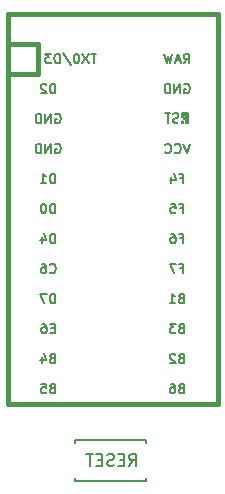
<source format=gbr>
G04 #@! TF.GenerationSoftware,KiCad,Pcbnew,(5.1.2-1)-1*
G04 #@! TF.CreationDate,2020-07-04T05:42:38+09:00*
G04 #@! TF.ProjectId,xipad,78697061-642e-46b6-9963-61645f706362,rev?*
G04 #@! TF.SameCoordinates,Original*
G04 #@! TF.FileFunction,Legend,Bot*
G04 #@! TF.FilePolarity,Positive*
%FSLAX46Y46*%
G04 Gerber Fmt 4.6, Leading zero omitted, Abs format (unit mm)*
G04 Created by KiCad (PCBNEW (5.1.2-1)-1) date 2020-07-04 05:42:38*
%MOMM*%
%LPD*%
G04 APERTURE LIST*
%ADD10C,0.150000*%
%ADD11C,0.381000*%
G04 APERTURE END LIST*
D10*
X103812600Y-20550000D02*
X103812600Y-20800000D01*
X103812600Y-20800000D02*
X97812600Y-20800000D01*
X97812600Y-20800000D02*
X97812600Y-20550000D01*
X97812600Y-17550000D02*
X97812600Y-17300000D01*
X97812600Y-17300000D02*
X103812600Y-17300000D01*
X103812600Y-17300000D02*
X103812600Y-17550000D01*
D11*
X94650000Y13700000D02*
X92110000Y13700000D01*
X94650000Y16240000D02*
X94650000Y13700000D01*
D10*
G36*
X107044635Y9950970D02*
G01*
X107044635Y9850970D01*
X107144635Y9850970D01*
X107144635Y9950970D01*
X107044635Y9950970D01*
G37*
X107044635Y9950970D02*
X107044635Y9850970D01*
X107144635Y9850970D01*
X107144635Y9950970D01*
X107044635Y9950970D01*
G36*
X107244635Y10350970D02*
G01*
X107244635Y9550970D01*
X107344635Y9550970D01*
X107344635Y10350970D01*
X107244635Y10350970D01*
G37*
X107244635Y10350970D02*
X107244635Y9550970D01*
X107344635Y9550970D01*
X107344635Y10350970D01*
X107244635Y10350970D01*
G36*
X106844635Y9750970D02*
G01*
X106844635Y9550970D01*
X106944635Y9550970D01*
X106944635Y9750970D01*
X106844635Y9750970D01*
G37*
X106844635Y9750970D02*
X106844635Y9550970D01*
X106944635Y9550970D01*
X106944635Y9750970D01*
X106844635Y9750970D01*
G36*
X106844635Y10350970D02*
G01*
X106844635Y10050970D01*
X106944635Y10050970D01*
X106944635Y10350970D01*
X106844635Y10350970D01*
G37*
X106844635Y10350970D02*
X106844635Y10050970D01*
X106944635Y10050970D01*
X106944635Y10350970D01*
X106844635Y10350970D01*
G36*
X106844635Y10350970D02*
G01*
X106844635Y10250970D01*
X107344635Y10250970D01*
X107344635Y10350970D01*
X106844635Y10350970D01*
G37*
X106844635Y10350970D02*
X106844635Y10250970D01*
X107344635Y10250970D01*
X107344635Y10350970D01*
X106844635Y10350970D01*
D11*
X109890000Y-14240000D02*
X109890000Y18780000D01*
X92110000Y-14240000D02*
X109890000Y-14240000D01*
X92110000Y18780000D02*
X92110000Y-14240000D01*
X109890000Y18780000D02*
X92110000Y18780000D01*
X94650000Y16240000D02*
X92110000Y16240000D01*
D10*
X102391980Y-19502380D02*
X102725314Y-19026190D01*
X102963409Y-19502380D02*
X102963409Y-18502380D01*
X102582457Y-18502380D01*
X102487219Y-18550000D01*
X102439600Y-18597619D01*
X102391980Y-18692857D01*
X102391980Y-18835714D01*
X102439600Y-18930952D01*
X102487219Y-18978571D01*
X102582457Y-19026190D01*
X102963409Y-19026190D01*
X101963409Y-18978571D02*
X101630076Y-18978571D01*
X101487219Y-19502380D02*
X101963409Y-19502380D01*
X101963409Y-18502380D01*
X101487219Y-18502380D01*
X101106266Y-19454761D02*
X100963409Y-19502380D01*
X100725314Y-19502380D01*
X100630076Y-19454761D01*
X100582457Y-19407142D01*
X100534838Y-19311904D01*
X100534838Y-19216666D01*
X100582457Y-19121428D01*
X100630076Y-19073809D01*
X100725314Y-19026190D01*
X100915790Y-18978571D01*
X101011028Y-18930952D01*
X101058647Y-18883333D01*
X101106266Y-18788095D01*
X101106266Y-18692857D01*
X101058647Y-18597619D01*
X101011028Y-18550000D01*
X100915790Y-18502380D01*
X100677695Y-18502380D01*
X100534838Y-18550000D01*
X100106266Y-18978571D02*
X99772933Y-18978571D01*
X99630076Y-19502380D02*
X100106266Y-19502380D01*
X100106266Y-18502380D01*
X99630076Y-18502380D01*
X99344361Y-18502380D02*
X98772933Y-18502380D01*
X99058647Y-19502380D02*
X99058647Y-18502380D01*
X96129476Y12068095D02*
X96129476Y12868095D01*
X95939000Y12868095D01*
X95824714Y12830000D01*
X95748523Y12753809D01*
X95710428Y12677619D01*
X95672333Y12525238D01*
X95672333Y12410952D01*
X95710428Y12258571D01*
X95748523Y12182380D01*
X95824714Y12106190D01*
X95939000Y12068095D01*
X96129476Y12068095D01*
X95367571Y12791904D02*
X95329476Y12830000D01*
X95253285Y12868095D01*
X95062809Y12868095D01*
X94986619Y12830000D01*
X94948523Y12791904D01*
X94910428Y12715714D01*
X94910428Y12639523D01*
X94948523Y12525238D01*
X95405666Y12068095D01*
X94910428Y12068095D01*
X96129476Y1908095D02*
X96129476Y2708095D01*
X95939000Y2708095D01*
X95824714Y2670000D01*
X95748523Y2593809D01*
X95710428Y2517619D01*
X95672333Y2365238D01*
X95672333Y2250952D01*
X95710428Y2098571D01*
X95748523Y2022380D01*
X95824714Y1946190D01*
X95939000Y1908095D01*
X96129476Y1908095D01*
X95177095Y2708095D02*
X95100904Y2708095D01*
X95024714Y2670000D01*
X94986619Y2631904D01*
X94948523Y2555714D01*
X94910428Y2403333D01*
X94910428Y2212857D01*
X94948523Y2060476D01*
X94986619Y1984285D01*
X95024714Y1946190D01*
X95100904Y1908095D01*
X95177095Y1908095D01*
X95253285Y1946190D01*
X95291380Y1984285D01*
X95329476Y2060476D01*
X95367571Y2212857D01*
X95367571Y2403333D01*
X95329476Y2555714D01*
X95291380Y2631904D01*
X95253285Y2670000D01*
X95177095Y2708095D01*
X96129476Y4448095D02*
X96129476Y5248095D01*
X95939000Y5248095D01*
X95824714Y5210000D01*
X95748523Y5133809D01*
X95710428Y5057619D01*
X95672333Y4905238D01*
X95672333Y4790952D01*
X95710428Y4638571D01*
X95748523Y4562380D01*
X95824714Y4486190D01*
X95939000Y4448095D01*
X96129476Y4448095D01*
X94910428Y4448095D02*
X95367571Y4448095D01*
X95139000Y4448095D02*
X95139000Y5248095D01*
X95215190Y5133809D01*
X95291380Y5057619D01*
X95367571Y5019523D01*
X96148523Y7750000D02*
X96224714Y7788095D01*
X96339000Y7788095D01*
X96453285Y7750000D01*
X96529476Y7673809D01*
X96567571Y7597619D01*
X96605666Y7445238D01*
X96605666Y7330952D01*
X96567571Y7178571D01*
X96529476Y7102380D01*
X96453285Y7026190D01*
X96339000Y6988095D01*
X96262809Y6988095D01*
X96148523Y7026190D01*
X96110428Y7064285D01*
X96110428Y7330952D01*
X96262809Y7330952D01*
X95767571Y6988095D02*
X95767571Y7788095D01*
X95310428Y6988095D01*
X95310428Y7788095D01*
X94929476Y6988095D02*
X94929476Y7788095D01*
X94739000Y7788095D01*
X94624714Y7750000D01*
X94548523Y7673809D01*
X94510428Y7597619D01*
X94472333Y7445238D01*
X94472333Y7330952D01*
X94510428Y7178571D01*
X94548523Y7102380D01*
X94624714Y7026190D01*
X94739000Y6988095D01*
X94929476Y6988095D01*
X96148523Y10290000D02*
X96224714Y10328095D01*
X96339000Y10328095D01*
X96453285Y10290000D01*
X96529476Y10213809D01*
X96567571Y10137619D01*
X96605666Y9985238D01*
X96605666Y9870952D01*
X96567571Y9718571D01*
X96529476Y9642380D01*
X96453285Y9566190D01*
X96339000Y9528095D01*
X96262809Y9528095D01*
X96148523Y9566190D01*
X96110428Y9604285D01*
X96110428Y9870952D01*
X96262809Y9870952D01*
X95767571Y9528095D02*
X95767571Y10328095D01*
X95310428Y9528095D01*
X95310428Y10328095D01*
X94929476Y9528095D02*
X94929476Y10328095D01*
X94739000Y10328095D01*
X94624714Y10290000D01*
X94548523Y10213809D01*
X94510428Y10137619D01*
X94472333Y9985238D01*
X94472333Y9870952D01*
X94510428Y9718571D01*
X94548523Y9642380D01*
X94624714Y9566190D01*
X94739000Y9528095D01*
X94929476Y9528095D01*
X96129476Y-631904D02*
X96129476Y168095D01*
X95939000Y168095D01*
X95824714Y130000D01*
X95748523Y53809D01*
X95710428Y-22380D01*
X95672333Y-174761D01*
X95672333Y-289047D01*
X95710428Y-441428D01*
X95748523Y-517619D01*
X95824714Y-593809D01*
X95939000Y-631904D01*
X96129476Y-631904D01*
X94986619Y-98571D02*
X94986619Y-631904D01*
X95177095Y206190D02*
X95367571Y-365238D01*
X94872333Y-365238D01*
X95672333Y-3095714D02*
X95710428Y-3133809D01*
X95824714Y-3171904D01*
X95900904Y-3171904D01*
X96015190Y-3133809D01*
X96091380Y-3057619D01*
X96129476Y-2981428D01*
X96167571Y-2829047D01*
X96167571Y-2714761D01*
X96129476Y-2562380D01*
X96091380Y-2486190D01*
X96015190Y-2410000D01*
X95900904Y-2371904D01*
X95824714Y-2371904D01*
X95710428Y-2410000D01*
X95672333Y-2448095D01*
X94986619Y-2371904D02*
X95139000Y-2371904D01*
X95215190Y-2410000D01*
X95253285Y-2448095D01*
X95329476Y-2562380D01*
X95367571Y-2714761D01*
X95367571Y-3019523D01*
X95329476Y-3095714D01*
X95291380Y-3133809D01*
X95215190Y-3171904D01*
X95062809Y-3171904D01*
X94986619Y-3133809D01*
X94948523Y-3095714D01*
X94910428Y-3019523D01*
X94910428Y-2829047D01*
X94948523Y-2752857D01*
X94986619Y-2714761D01*
X95062809Y-2676666D01*
X95215190Y-2676666D01*
X95291380Y-2714761D01*
X95329476Y-2752857D01*
X95367571Y-2829047D01*
X96129476Y-5711904D02*
X96129476Y-4911904D01*
X95939000Y-4911904D01*
X95824714Y-4950000D01*
X95748523Y-5026190D01*
X95710428Y-5102380D01*
X95672333Y-5254761D01*
X95672333Y-5369047D01*
X95710428Y-5521428D01*
X95748523Y-5597619D01*
X95824714Y-5673809D01*
X95939000Y-5711904D01*
X96129476Y-5711904D01*
X95405666Y-4911904D02*
X94872333Y-4911904D01*
X95215190Y-5711904D01*
X96091380Y-7832857D02*
X95824714Y-7832857D01*
X95710428Y-8251904D02*
X96091380Y-8251904D01*
X96091380Y-7451904D01*
X95710428Y-7451904D01*
X95024714Y-7451904D02*
X95177095Y-7451904D01*
X95253285Y-7490000D01*
X95291380Y-7528095D01*
X95367571Y-7642380D01*
X95405666Y-7794761D01*
X95405666Y-8099523D01*
X95367571Y-8175714D01*
X95329476Y-8213809D01*
X95253285Y-8251904D01*
X95100904Y-8251904D01*
X95024714Y-8213809D01*
X94986619Y-8175714D01*
X94948523Y-8099523D01*
X94948523Y-7909047D01*
X94986619Y-7832857D01*
X95024714Y-7794761D01*
X95100904Y-7756666D01*
X95253285Y-7756666D01*
X95329476Y-7794761D01*
X95367571Y-7832857D01*
X95405666Y-7909047D01*
X95862809Y-10372857D02*
X95748523Y-10410952D01*
X95710428Y-10449047D01*
X95672333Y-10525238D01*
X95672333Y-10639523D01*
X95710428Y-10715714D01*
X95748523Y-10753809D01*
X95824714Y-10791904D01*
X96129476Y-10791904D01*
X96129476Y-9991904D01*
X95862809Y-9991904D01*
X95786619Y-10030000D01*
X95748523Y-10068095D01*
X95710428Y-10144285D01*
X95710428Y-10220476D01*
X95748523Y-10296666D01*
X95786619Y-10334761D01*
X95862809Y-10372857D01*
X96129476Y-10372857D01*
X94986619Y-10258571D02*
X94986619Y-10791904D01*
X95177095Y-9953809D02*
X95367571Y-10525238D01*
X94872333Y-10525238D01*
X95862809Y-12912857D02*
X95748523Y-12950952D01*
X95710428Y-12989047D01*
X95672333Y-13065238D01*
X95672333Y-13179523D01*
X95710428Y-13255714D01*
X95748523Y-13293809D01*
X95824714Y-13331904D01*
X96129476Y-13331904D01*
X96129476Y-12531904D01*
X95862809Y-12531904D01*
X95786619Y-12570000D01*
X95748523Y-12608095D01*
X95710428Y-12684285D01*
X95710428Y-12760476D01*
X95748523Y-12836666D01*
X95786619Y-12874761D01*
X95862809Y-12912857D01*
X96129476Y-12912857D01*
X94948523Y-12531904D02*
X95329476Y-12531904D01*
X95367571Y-12912857D01*
X95329476Y-12874761D01*
X95253285Y-12836666D01*
X95062809Y-12836666D01*
X94986619Y-12874761D01*
X94948523Y-12912857D01*
X94910428Y-12989047D01*
X94910428Y-13179523D01*
X94948523Y-13255714D01*
X94986619Y-13293809D01*
X95062809Y-13331904D01*
X95253285Y-13331904D01*
X95329476Y-13293809D01*
X95367571Y-13255714D01*
X106784809Y-12912857D02*
X106670523Y-12950952D01*
X106632428Y-12989047D01*
X106594333Y-13065238D01*
X106594333Y-13179523D01*
X106632428Y-13255714D01*
X106670523Y-13293809D01*
X106746714Y-13331904D01*
X107051476Y-13331904D01*
X107051476Y-12531904D01*
X106784809Y-12531904D01*
X106708619Y-12570000D01*
X106670523Y-12608095D01*
X106632428Y-12684285D01*
X106632428Y-12760476D01*
X106670523Y-12836666D01*
X106708619Y-12874761D01*
X106784809Y-12912857D01*
X107051476Y-12912857D01*
X105908619Y-12531904D02*
X106061000Y-12531904D01*
X106137190Y-12570000D01*
X106175285Y-12608095D01*
X106251476Y-12722380D01*
X106289571Y-12874761D01*
X106289571Y-13179523D01*
X106251476Y-13255714D01*
X106213380Y-13293809D01*
X106137190Y-13331904D01*
X105984809Y-13331904D01*
X105908619Y-13293809D01*
X105870523Y-13255714D01*
X105832428Y-13179523D01*
X105832428Y-12989047D01*
X105870523Y-12912857D01*
X105908619Y-12874761D01*
X105984809Y-12836666D01*
X106137190Y-12836666D01*
X106213380Y-12874761D01*
X106251476Y-12912857D01*
X106289571Y-12989047D01*
X106784809Y-7832857D02*
X106670523Y-7870952D01*
X106632428Y-7909047D01*
X106594333Y-7985238D01*
X106594333Y-8099523D01*
X106632428Y-8175714D01*
X106670523Y-8213809D01*
X106746714Y-8251904D01*
X107051476Y-8251904D01*
X107051476Y-7451904D01*
X106784809Y-7451904D01*
X106708619Y-7490000D01*
X106670523Y-7528095D01*
X106632428Y-7604285D01*
X106632428Y-7680476D01*
X106670523Y-7756666D01*
X106708619Y-7794761D01*
X106784809Y-7832857D01*
X107051476Y-7832857D01*
X106327666Y-7451904D02*
X105832428Y-7451904D01*
X106099095Y-7756666D01*
X105984809Y-7756666D01*
X105908619Y-7794761D01*
X105870523Y-7832857D01*
X105832428Y-7909047D01*
X105832428Y-8099523D01*
X105870523Y-8175714D01*
X105908619Y-8213809D01*
X105984809Y-8251904D01*
X106213380Y-8251904D01*
X106289571Y-8213809D01*
X106327666Y-8175714D01*
X106784809Y-5292857D02*
X106670523Y-5330952D01*
X106632428Y-5369047D01*
X106594333Y-5445238D01*
X106594333Y-5559523D01*
X106632428Y-5635714D01*
X106670523Y-5673809D01*
X106746714Y-5711904D01*
X107051476Y-5711904D01*
X107051476Y-4911904D01*
X106784809Y-4911904D01*
X106708619Y-4950000D01*
X106670523Y-4988095D01*
X106632428Y-5064285D01*
X106632428Y-5140476D01*
X106670523Y-5216666D01*
X106708619Y-5254761D01*
X106784809Y-5292857D01*
X107051476Y-5292857D01*
X105832428Y-5711904D02*
X106289571Y-5711904D01*
X106061000Y-5711904D02*
X106061000Y-4911904D01*
X106137190Y-5026190D01*
X106213380Y-5102380D01*
X106289571Y-5140476D01*
X106727666Y4867142D02*
X106994333Y4867142D01*
X106994333Y4448095D02*
X106994333Y5248095D01*
X106613380Y5248095D01*
X105965761Y4981428D02*
X105965761Y4448095D01*
X106156238Y5286190D02*
X106346714Y4714761D01*
X105851476Y4714761D01*
X107527666Y7788095D02*
X107261000Y6988095D01*
X106994333Y7788095D01*
X106270523Y7064285D02*
X106308619Y7026190D01*
X106422904Y6988095D01*
X106499095Y6988095D01*
X106613380Y7026190D01*
X106689571Y7102380D01*
X106727666Y7178571D01*
X106765761Y7330952D01*
X106765761Y7445238D01*
X106727666Y7597619D01*
X106689571Y7673809D01*
X106613380Y7750000D01*
X106499095Y7788095D01*
X106422904Y7788095D01*
X106308619Y7750000D01*
X106270523Y7711904D01*
X105470523Y7064285D02*
X105508619Y7026190D01*
X105622904Y6988095D01*
X105699095Y6988095D01*
X105813380Y7026190D01*
X105889571Y7102380D01*
X105927666Y7178571D01*
X105965761Y7330952D01*
X105965761Y7445238D01*
X105927666Y7597619D01*
X105889571Y7673809D01*
X105813380Y7750000D01*
X105699095Y7788095D01*
X105622904Y7788095D01*
X105508619Y7750000D01*
X105470523Y7711904D01*
X107070523Y12830000D02*
X107146714Y12868095D01*
X107261000Y12868095D01*
X107375285Y12830000D01*
X107451476Y12753809D01*
X107489571Y12677619D01*
X107527666Y12525238D01*
X107527666Y12410952D01*
X107489571Y12258571D01*
X107451476Y12182380D01*
X107375285Y12106190D01*
X107261000Y12068095D01*
X107184809Y12068095D01*
X107070523Y12106190D01*
X107032428Y12144285D01*
X107032428Y12410952D01*
X107184809Y12410952D01*
X106689571Y12068095D02*
X106689571Y12868095D01*
X106232428Y12068095D01*
X106232428Y12868095D01*
X105851476Y12068095D02*
X105851476Y12868095D01*
X105661000Y12868095D01*
X105546714Y12830000D01*
X105470523Y12753809D01*
X105432428Y12677619D01*
X105394333Y12525238D01*
X105394333Y12410952D01*
X105432428Y12258571D01*
X105470523Y12182380D01*
X105546714Y12106190D01*
X105661000Y12068095D01*
X105851476Y12068095D01*
X107013380Y14608095D02*
X107280047Y14989047D01*
X107470523Y14608095D02*
X107470523Y15408095D01*
X107165761Y15408095D01*
X107089571Y15370000D01*
X107051476Y15331904D01*
X107013380Y15255714D01*
X107013380Y15141428D01*
X107051476Y15065238D01*
X107089571Y15027142D01*
X107165761Y14989047D01*
X107470523Y14989047D01*
X106708619Y14836666D02*
X106327666Y14836666D01*
X106784809Y14608095D02*
X106518142Y15408095D01*
X106251476Y14608095D01*
X106061000Y15408095D02*
X105870523Y14608095D01*
X105718142Y15179523D01*
X105565761Y14608095D01*
X105375285Y15408095D01*
X106727666Y2327142D02*
X106994333Y2327142D01*
X106994333Y1908095D02*
X106994333Y2708095D01*
X106613380Y2708095D01*
X105927666Y2708095D02*
X106308619Y2708095D01*
X106346714Y2327142D01*
X106308619Y2365238D01*
X106232428Y2403333D01*
X106041952Y2403333D01*
X105965761Y2365238D01*
X105927666Y2327142D01*
X105889571Y2250952D01*
X105889571Y2060476D01*
X105927666Y1984285D01*
X105965761Y1946190D01*
X106041952Y1908095D01*
X106232428Y1908095D01*
X106308619Y1946190D01*
X106346714Y1984285D01*
X106727666Y-212857D02*
X106994333Y-212857D01*
X106994333Y-631904D02*
X106994333Y168095D01*
X106613380Y168095D01*
X105965761Y168095D02*
X106118142Y168095D01*
X106194333Y130000D01*
X106232428Y91904D01*
X106308619Y-22380D01*
X106346714Y-174761D01*
X106346714Y-479523D01*
X106308619Y-555714D01*
X106270523Y-593809D01*
X106194333Y-631904D01*
X106041952Y-631904D01*
X105965761Y-593809D01*
X105927666Y-555714D01*
X105889571Y-479523D01*
X105889571Y-289047D01*
X105927666Y-212857D01*
X105965761Y-174761D01*
X106041952Y-136666D01*
X106194333Y-136666D01*
X106270523Y-174761D01*
X106308619Y-212857D01*
X106346714Y-289047D01*
X106727666Y-2752857D02*
X106994333Y-2752857D01*
X106994333Y-3171904D02*
X106994333Y-2371904D01*
X106613380Y-2371904D01*
X106384809Y-2371904D02*
X105851476Y-2371904D01*
X106194333Y-3171904D01*
X106784809Y-10372857D02*
X106670523Y-10410952D01*
X106632428Y-10449047D01*
X106594333Y-10525238D01*
X106594333Y-10639523D01*
X106632428Y-10715714D01*
X106670523Y-10753809D01*
X106746714Y-10791904D01*
X107051476Y-10791904D01*
X107051476Y-9991904D01*
X106784809Y-9991904D01*
X106708619Y-10030000D01*
X106670523Y-10068095D01*
X106632428Y-10144285D01*
X106632428Y-10220476D01*
X106670523Y-10296666D01*
X106708619Y-10334761D01*
X106784809Y-10372857D01*
X107051476Y-10372857D01*
X106289571Y-10068095D02*
X106251476Y-10030000D01*
X106175285Y-9991904D01*
X105984809Y-9991904D01*
X105908619Y-10030000D01*
X105870523Y-10068095D01*
X105832428Y-10144285D01*
X105832428Y-10220476D01*
X105870523Y-10334761D01*
X106327666Y-10791904D01*
X105832428Y-10791904D01*
X99618604Y15408095D02*
X99161461Y15408095D01*
X99390032Y14608095D02*
X99390032Y15408095D01*
X98970985Y15408095D02*
X98437651Y14608095D01*
X98437651Y15408095D02*
X98970985Y14608095D01*
X97980508Y15408095D02*
X97904318Y15408095D01*
X97828128Y15370000D01*
X97790032Y15331904D01*
X97751937Y15255714D01*
X97713842Y15103333D01*
X97713842Y14912857D01*
X97751937Y14760476D01*
X97790032Y14684285D01*
X97828128Y14646190D01*
X97904318Y14608095D01*
X97980508Y14608095D01*
X98056699Y14646190D01*
X98094794Y14684285D01*
X98132889Y14760476D01*
X98170985Y14912857D01*
X98170985Y15103333D01*
X98132889Y15255714D01*
X98094794Y15331904D01*
X98056699Y15370000D01*
X97980508Y15408095D01*
X96799556Y15446190D02*
X97485270Y14417619D01*
X96532889Y14608095D02*
X96532889Y15408095D01*
X96342413Y15408095D01*
X96228128Y15370000D01*
X96151937Y15293809D01*
X96113842Y15217619D01*
X96075747Y15065238D01*
X96075747Y14950952D01*
X96113842Y14798571D01*
X96151937Y14722380D01*
X96228128Y14646190D01*
X96342413Y14608095D01*
X96532889Y14608095D01*
X95809080Y15408095D02*
X95313842Y15408095D01*
X95580508Y15103333D01*
X95466223Y15103333D01*
X95390032Y15065238D01*
X95351937Y15027142D01*
X95313842Y14950952D01*
X95313842Y14760476D01*
X95351937Y14684285D01*
X95390032Y14646190D01*
X95466223Y14608095D01*
X95694794Y14608095D01*
X95770985Y14646190D01*
X95809080Y14684285D01*
X106573333Y9586190D02*
X106459047Y9548095D01*
X106268571Y9548095D01*
X106192380Y9586190D01*
X106154285Y9624285D01*
X106116190Y9700476D01*
X106116190Y9776666D01*
X106154285Y9852857D01*
X106192380Y9890952D01*
X106268571Y9929047D01*
X106420952Y9967142D01*
X106497142Y10005238D01*
X106535238Y10043333D01*
X106573333Y10119523D01*
X106573333Y10195714D01*
X106535238Y10271904D01*
X106497142Y10310000D01*
X106420952Y10348095D01*
X106230476Y10348095D01*
X106116190Y10310000D01*
X105887619Y10348095D02*
X105430476Y10348095D01*
X105659047Y9548095D02*
X105659047Y10348095D01*
M02*

</source>
